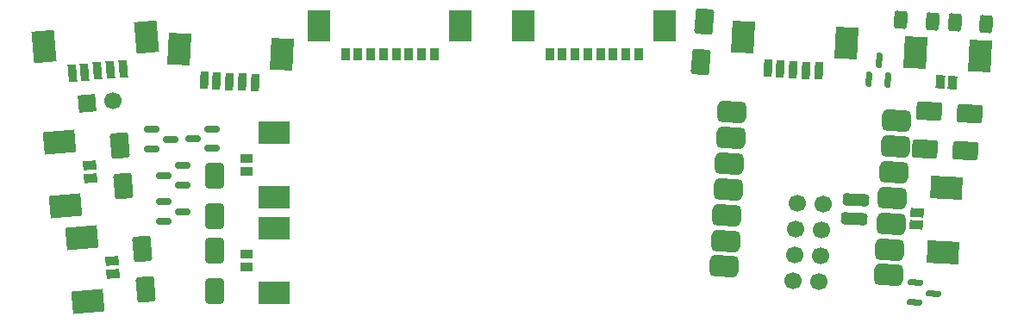
<source format=gbr>
%TF.GenerationSoftware,KiCad,Pcbnew,9.0.1*%
%TF.CreationDate,2025-06-09T02:27:10-04:00*%
%TF.ProjectId,Pneumatactors_1Xiao_3PiezoPumps_6Valves_TwoPiece,506e6575-6d61-4746-9163-746f72735f31,rev?*%
%TF.SameCoordinates,Original*%
%TF.FileFunction,Soldermask,Top*%
%TF.FilePolarity,Negative*%
%FSLAX46Y46*%
G04 Gerber Fmt 4.6, Leading zero omitted, Abs format (unit mm)*
G04 Created by KiCad (PCBNEW 9.0.1) date 2025-06-09 02:27:10*
%MOMM*%
%LPD*%
G01*
G04 APERTURE LIST*
G04 Aperture macros list*
%AMRoundRect*
0 Rectangle with rounded corners*
0 $1 Rounding radius*
0 $2 $3 $4 $5 $6 $7 $8 $9 X,Y pos of 4 corners*
0 Add a 4 corners polygon primitive as box body*
4,1,4,$2,$3,$4,$5,$6,$7,$8,$9,$2,$3,0*
0 Add four circle primitives for the rounded corners*
1,1,$1+$1,$2,$3*
1,1,$1+$1,$4,$5*
1,1,$1+$1,$6,$7*
1,1,$1+$1,$8,$9*
0 Add four rect primitives between the rounded corners*
20,1,$1+$1,$2,$3,$4,$5,0*
20,1,$1+$1,$4,$5,$6,$7,0*
20,1,$1+$1,$6,$7,$8,$9,0*
20,1,$1+$1,$8,$9,$2,$3,0*%
%AMRotRect*
0 Rectangle, with rotation*
0 The origin of the aperture is its center*
0 $1 length*
0 $2 width*
0 $3 Rotation angle, in degrees counterclockwise*
0 Add horizontal line*
21,1,$1,$2,0,0,$3*%
G04 Aperture macros list end*
%ADD10RoundRect,0.150000X-0.594545X-0.119047X0.578844X-0.180542X0.594545X0.119047X-0.578844X0.180542X0*%
%ADD11RoundRect,0.250000X-0.734682X0.939543X-0.560371X-1.052846X0.734682X-0.939543X0.560371X1.052846X0*%
%ADD12R,1.295400X0.889000*%
%ADD13R,3.098800X2.209800*%
%ADD14R,0.889000X1.295400*%
%ADD15R,2.209800X3.098800*%
%ADD16RoundRect,0.250000X-0.432162X-0.603209X0.366742X-0.645078X0.432162X0.603209X-0.366742X0.645078X0*%
%ADD17RoundRect,0.525400X0.926663X0.477557X-0.871669X0.571803X-0.926663X-0.477557X0.871669X-0.571803X0*%
%ADD18RoundRect,0.300400X-1.014751X-0.247631X0.983307X-0.352345X1.014751X0.247631X-0.983307X0.352345X0*%
%ADD19C,1.700000*%
%ADD20RoundRect,0.250000X0.560371X-1.052846X0.734682X0.939543X-0.560371X1.052846X-0.734682X-0.939543X0*%
%ADD21RotRect,1.700000X1.700000X95.000000*%
%ADD22RoundRect,0.150000X-0.587500X-0.150000X0.587500X-0.150000X0.587500X0.150000X-0.587500X0.150000X0*%
%ADD23RoundRect,0.250000X1.032648X0.596773X-0.964611X0.701445X-1.032648X-0.596773X0.964611X-0.701445X0*%
%ADD24RotRect,0.812800X1.701800X357.000000*%
%ADD25RotRect,2.209800X3.098800X357.000000*%
%ADD26RotRect,0.889000X1.295400X95.000000*%
%ADD27RotRect,2.209800X3.098800X95.000000*%
%ADD28RoundRect,0.150000X0.587500X0.150000X-0.587500X0.150000X-0.587500X-0.150000X0.587500X-0.150000X0*%
%ADD29RotRect,0.889000X1.295400X357.000000*%
%ADD30RoundRect,0.150000X0.119047X-0.594545X0.180542X0.578844X-0.119047X0.594545X-0.180542X-0.578844X0*%
%ADD31RotRect,0.812800X1.701800X5.000000*%
%ADD32RotRect,2.209800X3.098800X5.000000*%
%ADD33RoundRect,0.250000X0.734682X-0.939543X0.560371X1.052846X-0.734682X0.939543X-0.560371X-1.052846X0*%
%ADD34RoundRect,0.250000X-0.650000X1.000000X-0.650000X-1.000000X0.650000X-1.000000X0.650000X1.000000X0*%
%ADD35RotRect,0.889000X1.295400X267.000000*%
%ADD36RotRect,2.209800X3.098800X267.000000*%
G04 APERTURE END LIST*
D10*
%TO.C,Q2*%
X226876327Y-83408172D03*
X226776889Y-85305568D03*
X228699038Y-84455000D03*
%TD*%
D11*
%TO.C,D6*%
X148748187Y-69889610D03*
X149096813Y-73874390D03*
%TD*%
D12*
%TO.C,J4*%
X161150700Y-72441000D03*
X161150700Y-71191000D03*
D13*
X163900700Y-68641000D03*
X163900700Y-74991000D03*
%TD*%
D14*
%TO.C,J12*%
X199701000Y-60923800D03*
X198451000Y-60923800D03*
X197201000Y-60923800D03*
X195951000Y-60923800D03*
X194701000Y-60923800D03*
X193451000Y-60923800D03*
X192201000Y-60923800D03*
X190951000Y-60923800D03*
D15*
X188401000Y-58173800D03*
X202251000Y-58173800D03*
%TD*%
D16*
%TO.C,R1*%
X225476823Y-57565883D03*
X228572575Y-57728125D03*
%TD*%
D17*
%TO.C,U2*%
X224240799Y-82649525D03*
X224373732Y-80113006D03*
X224506666Y-77576487D03*
X224639599Y-75039968D03*
X224772532Y-72503449D03*
X224905466Y-69966930D03*
X225038399Y-67430411D03*
X208895553Y-66584400D03*
X208762619Y-69120919D03*
X208629686Y-71657438D03*
X208496753Y-74193957D03*
X208363819Y-76730476D03*
X208230886Y-79266995D03*
X208097953Y-81803514D03*
D18*
X221014554Y-75232511D03*
X220914854Y-77134901D03*
D19*
X217412134Y-83305038D03*
X214875615Y-83172105D03*
X217545067Y-80768519D03*
X215008548Y-80635586D03*
X217678000Y-78232000D03*
X215141481Y-78099067D03*
X217810934Y-75695481D03*
X215274415Y-75562548D03*
%TD*%
D20*
%TO.C,D1*%
X205819688Y-61682389D03*
X206168312Y-57697611D03*
%TD*%
D21*
%TO.C,J1*%
X145551665Y-65753375D03*
D19*
X148082000Y-65532000D03*
%TD*%
D22*
%TO.C,Q3*%
X151873500Y-68326000D03*
X151873500Y-70226000D03*
X153748500Y-69276000D03*
%TD*%
D23*
%TO.C,D2*%
X232265341Y-66746348D03*
X228270823Y-66537004D03*
%TD*%
D24*
%TO.C,J8*%
X217382709Y-62574937D03*
X216134422Y-62509517D03*
X214886135Y-62444097D03*
X213637848Y-62378678D03*
X212389561Y-62313258D03*
D25*
X209994830Y-59283776D03*
X220080989Y-59812369D03*
%TD*%
D23*
%TO.C,D3*%
X231792082Y-70451676D03*
X227797564Y-70242332D03*
%TD*%
D26*
%TO.C,J7*%
X147983733Y-81245433D03*
X148092678Y-82490676D03*
D27*
X145575389Y-85270651D03*
X145021949Y-78944815D03*
%TD*%
D24*
%TO.C,J9*%
X162003684Y-63737360D03*
X160755397Y-63671939D03*
X159507110Y-63606520D03*
X158258823Y-63541099D03*
X157010536Y-63475680D03*
D25*
X154615806Y-60446198D03*
X164701963Y-60974792D03*
%TD*%
D28*
%TO.C,Q6*%
X154940000Y-73782000D03*
X154940000Y-71882000D03*
X153065000Y-72832000D03*
%TD*%
D16*
%TO.C,R2*%
X230763071Y-57819883D03*
X233858823Y-57982125D03*
%TD*%
D28*
%TO.C,Q5*%
X157812500Y-70160000D03*
X157812500Y-68260000D03*
X155937500Y-69210000D03*
%TD*%
D29*
%TO.C,J2*%
X230568514Y-63736779D03*
X229320227Y-63671359D03*
D25*
X226917646Y-60791671D03*
X233258944Y-61124004D03*
%TD*%
D30*
%TO.C,Q1*%
X222309427Y-63389566D03*
X224206823Y-63489004D03*
X223356255Y-61566855D03*
%TD*%
D31*
%TO.C,J10*%
X149047630Y-62365558D03*
X147802387Y-62474502D03*
X146557144Y-62583448D03*
X145311900Y-62692392D03*
X144066656Y-62801337D03*
D32*
X141273609Y-60134620D03*
X151335179Y-59254347D03*
%TD*%
D33*
%TO.C,D7*%
X151304311Y-84034389D03*
X150955689Y-80049611D03*
%TD*%
D34*
%TO.C,D5*%
X158066500Y-80230000D03*
X158066500Y-84230000D03*
%TD*%
D22*
%TO.C,Q4*%
X153065000Y-75438000D03*
X153065000Y-77338000D03*
X154940000Y-76388000D03*
%TD*%
D12*
%TO.C,J5*%
X161150700Y-81839000D03*
X161150700Y-80589000D03*
D13*
X163900700Y-78039000D03*
X163900700Y-84389000D03*
%TD*%
D34*
%TO.C,D4*%
X158066500Y-72864000D03*
X158066500Y-76864000D03*
%TD*%
D35*
%TO.C,J3*%
X227007048Y-77724695D03*
X227072468Y-76476408D03*
D36*
X229952156Y-74073827D03*
X229619823Y-80415125D03*
%TD*%
D26*
%TO.C,J6*%
X145796000Y-71847433D03*
X145904944Y-73092676D03*
D27*
X143387656Y-75872651D03*
X142834216Y-69546815D03*
%TD*%
D14*
%TO.C,J11*%
X179635000Y-60923800D03*
X178385000Y-60923800D03*
X177135000Y-60923800D03*
X175885000Y-60923800D03*
X174635000Y-60923800D03*
X173385000Y-60923800D03*
X172135000Y-60923800D03*
X170885000Y-60923800D03*
D15*
X168335000Y-58173800D03*
X182185000Y-58173800D03*
%TD*%
M02*

</source>
